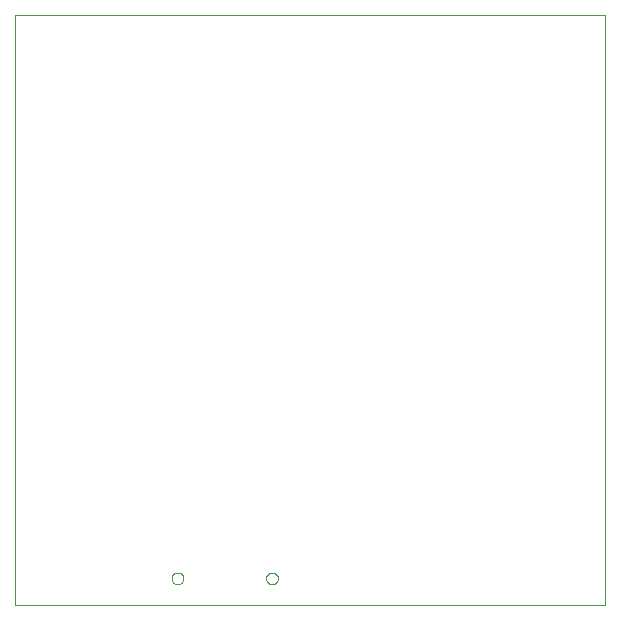
<source format=gbp>
G75*
%MOIN*%
%OFA0B0*%
%FSLAX25Y25*%
%IPPOS*%
%LPD*%
%AMOC8*
5,1,8,0,0,1.08239X$1,22.5*
%
%ADD10C,0.00000*%
D10*
X0001800Y0001800D02*
X0001800Y0198650D01*
X0198650Y0198650D01*
X0198650Y0001800D01*
X0001800Y0001800D01*
X0054083Y0010737D02*
X0054085Y0010825D01*
X0054091Y0010913D01*
X0054101Y0011001D01*
X0054115Y0011089D01*
X0054132Y0011175D01*
X0054154Y0011261D01*
X0054179Y0011345D01*
X0054209Y0011429D01*
X0054241Y0011511D01*
X0054278Y0011591D01*
X0054318Y0011670D01*
X0054362Y0011747D01*
X0054409Y0011822D01*
X0054459Y0011894D01*
X0054513Y0011965D01*
X0054569Y0012032D01*
X0054629Y0012098D01*
X0054691Y0012160D01*
X0054757Y0012220D01*
X0054824Y0012276D01*
X0054895Y0012330D01*
X0054967Y0012380D01*
X0055042Y0012427D01*
X0055119Y0012471D01*
X0055198Y0012511D01*
X0055278Y0012548D01*
X0055360Y0012580D01*
X0055444Y0012610D01*
X0055528Y0012635D01*
X0055614Y0012657D01*
X0055700Y0012674D01*
X0055788Y0012688D01*
X0055876Y0012698D01*
X0055964Y0012704D01*
X0056052Y0012706D01*
X0056140Y0012704D01*
X0056228Y0012698D01*
X0056316Y0012688D01*
X0056404Y0012674D01*
X0056490Y0012657D01*
X0056576Y0012635D01*
X0056660Y0012610D01*
X0056744Y0012580D01*
X0056826Y0012548D01*
X0056906Y0012511D01*
X0056985Y0012471D01*
X0057062Y0012427D01*
X0057137Y0012380D01*
X0057209Y0012330D01*
X0057280Y0012276D01*
X0057347Y0012220D01*
X0057413Y0012160D01*
X0057475Y0012098D01*
X0057535Y0012032D01*
X0057591Y0011965D01*
X0057645Y0011894D01*
X0057695Y0011822D01*
X0057742Y0011747D01*
X0057786Y0011670D01*
X0057826Y0011591D01*
X0057863Y0011511D01*
X0057895Y0011429D01*
X0057925Y0011345D01*
X0057950Y0011261D01*
X0057972Y0011175D01*
X0057989Y0011089D01*
X0058003Y0011001D01*
X0058013Y0010913D01*
X0058019Y0010825D01*
X0058021Y0010737D01*
X0058019Y0010649D01*
X0058013Y0010561D01*
X0058003Y0010473D01*
X0057989Y0010385D01*
X0057972Y0010299D01*
X0057950Y0010213D01*
X0057925Y0010129D01*
X0057895Y0010045D01*
X0057863Y0009963D01*
X0057826Y0009883D01*
X0057786Y0009804D01*
X0057742Y0009727D01*
X0057695Y0009652D01*
X0057645Y0009580D01*
X0057591Y0009509D01*
X0057535Y0009442D01*
X0057475Y0009376D01*
X0057413Y0009314D01*
X0057347Y0009254D01*
X0057280Y0009198D01*
X0057209Y0009144D01*
X0057137Y0009094D01*
X0057062Y0009047D01*
X0056985Y0009003D01*
X0056906Y0008963D01*
X0056826Y0008926D01*
X0056744Y0008894D01*
X0056660Y0008864D01*
X0056576Y0008839D01*
X0056490Y0008817D01*
X0056404Y0008800D01*
X0056316Y0008786D01*
X0056228Y0008776D01*
X0056140Y0008770D01*
X0056052Y0008768D01*
X0055964Y0008770D01*
X0055876Y0008776D01*
X0055788Y0008786D01*
X0055700Y0008800D01*
X0055614Y0008817D01*
X0055528Y0008839D01*
X0055444Y0008864D01*
X0055360Y0008894D01*
X0055278Y0008926D01*
X0055198Y0008963D01*
X0055119Y0009003D01*
X0055042Y0009047D01*
X0054967Y0009094D01*
X0054895Y0009144D01*
X0054824Y0009198D01*
X0054757Y0009254D01*
X0054691Y0009314D01*
X0054629Y0009376D01*
X0054569Y0009442D01*
X0054513Y0009509D01*
X0054459Y0009580D01*
X0054409Y0009652D01*
X0054362Y0009727D01*
X0054318Y0009804D01*
X0054278Y0009883D01*
X0054241Y0009963D01*
X0054209Y0010045D01*
X0054179Y0010129D01*
X0054154Y0010213D01*
X0054132Y0010299D01*
X0054115Y0010385D01*
X0054101Y0010473D01*
X0054091Y0010561D01*
X0054085Y0010649D01*
X0054083Y0010737D01*
X0085579Y0010737D02*
X0085581Y0010825D01*
X0085587Y0010913D01*
X0085597Y0011001D01*
X0085611Y0011089D01*
X0085628Y0011175D01*
X0085650Y0011261D01*
X0085675Y0011345D01*
X0085705Y0011429D01*
X0085737Y0011511D01*
X0085774Y0011591D01*
X0085814Y0011670D01*
X0085858Y0011747D01*
X0085905Y0011822D01*
X0085955Y0011894D01*
X0086009Y0011965D01*
X0086065Y0012032D01*
X0086125Y0012098D01*
X0086187Y0012160D01*
X0086253Y0012220D01*
X0086320Y0012276D01*
X0086391Y0012330D01*
X0086463Y0012380D01*
X0086538Y0012427D01*
X0086615Y0012471D01*
X0086694Y0012511D01*
X0086774Y0012548D01*
X0086856Y0012580D01*
X0086940Y0012610D01*
X0087024Y0012635D01*
X0087110Y0012657D01*
X0087196Y0012674D01*
X0087284Y0012688D01*
X0087372Y0012698D01*
X0087460Y0012704D01*
X0087548Y0012706D01*
X0087636Y0012704D01*
X0087724Y0012698D01*
X0087812Y0012688D01*
X0087900Y0012674D01*
X0087986Y0012657D01*
X0088072Y0012635D01*
X0088156Y0012610D01*
X0088240Y0012580D01*
X0088322Y0012548D01*
X0088402Y0012511D01*
X0088481Y0012471D01*
X0088558Y0012427D01*
X0088633Y0012380D01*
X0088705Y0012330D01*
X0088776Y0012276D01*
X0088843Y0012220D01*
X0088909Y0012160D01*
X0088971Y0012098D01*
X0089031Y0012032D01*
X0089087Y0011965D01*
X0089141Y0011894D01*
X0089191Y0011822D01*
X0089238Y0011747D01*
X0089282Y0011670D01*
X0089322Y0011591D01*
X0089359Y0011511D01*
X0089391Y0011429D01*
X0089421Y0011345D01*
X0089446Y0011261D01*
X0089468Y0011175D01*
X0089485Y0011089D01*
X0089499Y0011001D01*
X0089509Y0010913D01*
X0089515Y0010825D01*
X0089517Y0010737D01*
X0089515Y0010649D01*
X0089509Y0010561D01*
X0089499Y0010473D01*
X0089485Y0010385D01*
X0089468Y0010299D01*
X0089446Y0010213D01*
X0089421Y0010129D01*
X0089391Y0010045D01*
X0089359Y0009963D01*
X0089322Y0009883D01*
X0089282Y0009804D01*
X0089238Y0009727D01*
X0089191Y0009652D01*
X0089141Y0009580D01*
X0089087Y0009509D01*
X0089031Y0009442D01*
X0088971Y0009376D01*
X0088909Y0009314D01*
X0088843Y0009254D01*
X0088776Y0009198D01*
X0088705Y0009144D01*
X0088633Y0009094D01*
X0088558Y0009047D01*
X0088481Y0009003D01*
X0088402Y0008963D01*
X0088322Y0008926D01*
X0088240Y0008894D01*
X0088156Y0008864D01*
X0088072Y0008839D01*
X0087986Y0008817D01*
X0087900Y0008800D01*
X0087812Y0008786D01*
X0087724Y0008776D01*
X0087636Y0008770D01*
X0087548Y0008768D01*
X0087460Y0008770D01*
X0087372Y0008776D01*
X0087284Y0008786D01*
X0087196Y0008800D01*
X0087110Y0008817D01*
X0087024Y0008839D01*
X0086940Y0008864D01*
X0086856Y0008894D01*
X0086774Y0008926D01*
X0086694Y0008963D01*
X0086615Y0009003D01*
X0086538Y0009047D01*
X0086463Y0009094D01*
X0086391Y0009144D01*
X0086320Y0009198D01*
X0086253Y0009254D01*
X0086187Y0009314D01*
X0086125Y0009376D01*
X0086065Y0009442D01*
X0086009Y0009509D01*
X0085955Y0009580D01*
X0085905Y0009652D01*
X0085858Y0009727D01*
X0085814Y0009804D01*
X0085774Y0009883D01*
X0085737Y0009963D01*
X0085705Y0010045D01*
X0085675Y0010129D01*
X0085650Y0010213D01*
X0085628Y0010299D01*
X0085611Y0010385D01*
X0085597Y0010473D01*
X0085587Y0010561D01*
X0085581Y0010649D01*
X0085579Y0010737D01*
M02*

</source>
